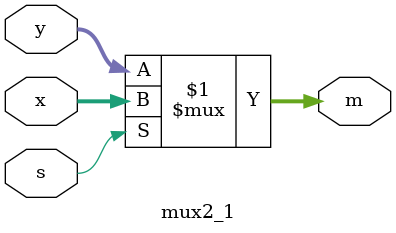
<source format=v>
`timescale 1ns / 1ps


module mux2_1(
    input [7:0] x,
    input [7:0] y,
    input s,
    output [7:0] m
    );
    
    assign m = s ? x : y;
endmodule

</source>
